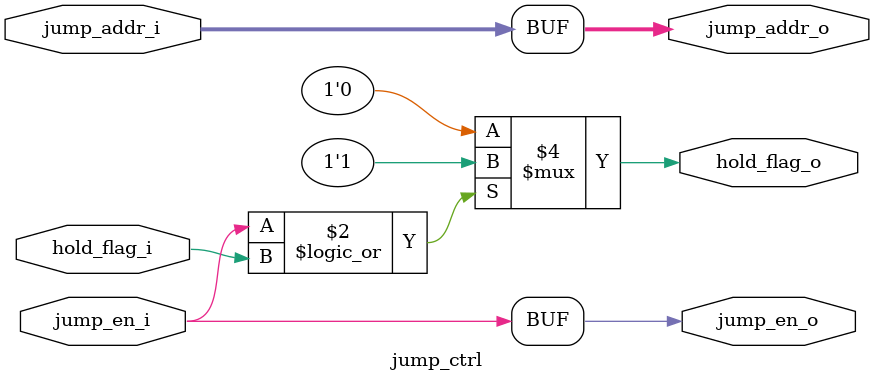
<source format=v>
`timescale 1ns / 1ps


module jump_ctrl(
        input  wire [31:0] jump_addr_i,
        input  wire jump_en_i  ,
        input  wire hold_flag_i ,
        
        output reg [31:0] jump_addr_o,
        output reg jump_en_o  ,
        output reg hold_flag_o 
    );
    
    always@(*)
    begin
        jump_addr_o = jump_addr_i;
        jump_en_o = jump_en_i;
        if(jump_en_i || hold_flag_i)
            hold_flag_o = 1'b1;
        else
            hold_flag_o = 1'b0;
    end
endmodule


</source>
